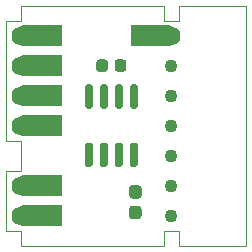
<source format=gbr>
%TF.GenerationSoftware,KiCad,Pcbnew,(5.1.9)-1*%
%TF.CreationDate,2021-05-27T15:02:39+02:00*%
%TF.ProjectId,15_XCAN,31355f58-4341-44e2-9e6b-696361645f70,rev?*%
%TF.SameCoordinates,Original*%
%TF.FileFunction,Soldermask,Top*%
%TF.FilePolarity,Negative*%
%FSLAX46Y46*%
G04 Gerber Fmt 4.6, Leading zero omitted, Abs format (unit mm)*
G04 Created by KiCad (PCBNEW (5.1.9)-1) date 2021-05-27 15:02:39*
%MOMM*%
%LPD*%
G01*
G04 APERTURE LIST*
%TA.AperFunction,Profile*%
%ADD10C,0.050000*%
%TD*%
%ADD11C,1.624000*%
%ADD12C,0.100000*%
%ADD13C,1.100000*%
G04 APERTURE END LIST*
D10*
X114935000Y-60960000D02*
X120650000Y-60960000D01*
X114935000Y-62230000D02*
X114935000Y-60960000D01*
X113665000Y-62230000D02*
X114935000Y-62230000D01*
X113665000Y-60960000D02*
X113665000Y-62230000D01*
X114935000Y-81280000D02*
X120650000Y-81280000D01*
X114935000Y-80010000D02*
X114935000Y-81280000D01*
X113665000Y-80010000D02*
X114935000Y-80010000D01*
X113665000Y-81280000D02*
X113665000Y-80010000D01*
X101600000Y-62230000D02*
X101600000Y-60960000D01*
X100330000Y-62230000D02*
X101600000Y-62230000D01*
X100330000Y-64770000D02*
X100330000Y-62230000D01*
X100330000Y-72390000D02*
X100330000Y-67310000D01*
X101600000Y-72390000D02*
X100330000Y-72390000D01*
X101600000Y-74930000D02*
X101600000Y-72390000D01*
X100330000Y-74930000D02*
X101600000Y-74930000D01*
X120650000Y-60960000D02*
X120650000Y-81280000D01*
X101600000Y-60960000D02*
X113665000Y-60960000D01*
X101600000Y-80010000D02*
X101600000Y-81280000D01*
X100330000Y-80010000D02*
X101600000Y-80010000D01*
X100330000Y-64770000D02*
X100330000Y-67310000D01*
X113665000Y-81280000D02*
X101600000Y-81280000D01*
X100330000Y-80010000D02*
X100330000Y-74930000D01*
D11*
%TO.C,J4*%
X101600000Y-68580000D03*
D12*
G36*
X101939650Y-69479999D02*
G01*
X101927782Y-69479916D01*
X101924993Y-69479818D01*
X101842112Y-69474604D01*
X101837256Y-69474060D01*
X101755280Y-69460782D01*
X101750503Y-69459766D01*
X101670214Y-69438553D01*
X101665558Y-69437076D01*
X101587721Y-69408129D01*
X101583231Y-69406205D01*
X101508591Y-69369801D01*
X101504309Y-69367447D01*
X101433578Y-69323932D01*
X101429548Y-69321173D01*
X101363401Y-69270965D01*
X101359659Y-69267825D01*
X101298726Y-69211401D01*
X101295308Y-69207910D01*
X101240173Y-69145809D01*
X101237112Y-69142003D01*
X101188299Y-69074819D01*
X101185624Y-69070731D01*
X101143601Y-68999104D01*
X101141338Y-68994774D01*
X101106505Y-68919388D01*
X101104675Y-68914859D01*
X101077364Y-68836433D01*
X101075985Y-68831747D01*
X101056458Y-68751031D01*
X101055543Y-68746233D01*
X101043985Y-68663997D01*
X101043542Y-68659131D01*
X101040065Y-68576159D01*
X101040099Y-68571275D01*
X101044734Y-68488360D01*
X101045245Y-68483501D01*
X101057950Y-68401434D01*
X101058932Y-68396650D01*
X101079584Y-68316214D01*
X101081028Y-68311547D01*
X101109431Y-68233511D01*
X101111324Y-68229008D01*
X101147207Y-68154115D01*
X101149531Y-68149818D01*
X101192550Y-68078785D01*
X101195282Y-68074735D01*
X101245028Y-68008239D01*
X101248141Y-68004475D01*
X101304138Y-67943150D01*
X101307604Y-67939708D01*
X101369318Y-67884140D01*
X101373104Y-67881052D01*
X101439946Y-67831772D01*
X101444015Y-67829069D01*
X101515347Y-67786547D01*
X101519660Y-67784254D01*
X101594801Y-67748895D01*
X101599317Y-67747033D01*
X101677550Y-67719175D01*
X101682227Y-67717763D01*
X101762805Y-67697673D01*
X101767597Y-67696724D01*
X101849751Y-67684593D01*
X101854612Y-67684117D01*
X101937557Y-67680060D01*
X101940000Y-67680000D01*
X104990000Y-67680000D01*
X104999755Y-67680961D01*
X105009134Y-67683806D01*
X105017779Y-67688427D01*
X105025355Y-67694645D01*
X105031573Y-67702221D01*
X105036194Y-67710866D01*
X105039039Y-67720245D01*
X105040000Y-67730000D01*
X105040000Y-69430000D01*
X105039039Y-69439755D01*
X105036194Y-69449134D01*
X105031573Y-69457779D01*
X105025355Y-69465355D01*
X105017779Y-69471573D01*
X105009134Y-69476194D01*
X104999755Y-69479039D01*
X104990000Y-69480000D01*
X101940000Y-69480000D01*
X101939650Y-69479999D01*
G37*
%TD*%
D11*
%TO.C,J1*%
X101600000Y-63500000D03*
D12*
G36*
X101939650Y-64399999D02*
G01*
X101927782Y-64399916D01*
X101924993Y-64399818D01*
X101842112Y-64394604D01*
X101837256Y-64394060D01*
X101755280Y-64380782D01*
X101750503Y-64379766D01*
X101670214Y-64358553D01*
X101665558Y-64357076D01*
X101587721Y-64328129D01*
X101583231Y-64326205D01*
X101508591Y-64289801D01*
X101504309Y-64287447D01*
X101433578Y-64243932D01*
X101429548Y-64241173D01*
X101363401Y-64190965D01*
X101359659Y-64187825D01*
X101298726Y-64131401D01*
X101295308Y-64127910D01*
X101240173Y-64065809D01*
X101237112Y-64062003D01*
X101188299Y-63994819D01*
X101185624Y-63990731D01*
X101143601Y-63919104D01*
X101141338Y-63914774D01*
X101106505Y-63839388D01*
X101104675Y-63834859D01*
X101077364Y-63756433D01*
X101075985Y-63751747D01*
X101056458Y-63671031D01*
X101055543Y-63666233D01*
X101043985Y-63583997D01*
X101043542Y-63579131D01*
X101040065Y-63496159D01*
X101040099Y-63491275D01*
X101044734Y-63408360D01*
X101045245Y-63403501D01*
X101057950Y-63321434D01*
X101058932Y-63316650D01*
X101079584Y-63236214D01*
X101081028Y-63231547D01*
X101109431Y-63153511D01*
X101111324Y-63149008D01*
X101147207Y-63074115D01*
X101149531Y-63069818D01*
X101192550Y-62998785D01*
X101195282Y-62994735D01*
X101245028Y-62928239D01*
X101248141Y-62924475D01*
X101304138Y-62863150D01*
X101307604Y-62859708D01*
X101369318Y-62804140D01*
X101373104Y-62801052D01*
X101439946Y-62751772D01*
X101444015Y-62749069D01*
X101515347Y-62706547D01*
X101519660Y-62704254D01*
X101594801Y-62668895D01*
X101599317Y-62667033D01*
X101677550Y-62639175D01*
X101682227Y-62637763D01*
X101762805Y-62617673D01*
X101767597Y-62616724D01*
X101849751Y-62604593D01*
X101854612Y-62604117D01*
X101937557Y-62600060D01*
X101940000Y-62600000D01*
X104990000Y-62600000D01*
X104999755Y-62600961D01*
X105009134Y-62603806D01*
X105017779Y-62608427D01*
X105025355Y-62614645D01*
X105031573Y-62622221D01*
X105036194Y-62630866D01*
X105039039Y-62640245D01*
X105040000Y-62650000D01*
X105040000Y-64350000D01*
X105039039Y-64359755D01*
X105036194Y-64369134D01*
X105031573Y-64377779D01*
X105025355Y-64385355D01*
X105017779Y-64391573D01*
X105009134Y-64396194D01*
X104999755Y-64399039D01*
X104990000Y-64400000D01*
X101940000Y-64400000D01*
X101939650Y-64399999D01*
G37*
%TD*%
D11*
%TO.C,J2*%
X101600000Y-66040000D03*
D12*
G36*
X101939650Y-66939999D02*
G01*
X101927782Y-66939916D01*
X101924993Y-66939818D01*
X101842112Y-66934604D01*
X101837256Y-66934060D01*
X101755280Y-66920782D01*
X101750503Y-66919766D01*
X101670214Y-66898553D01*
X101665558Y-66897076D01*
X101587721Y-66868129D01*
X101583231Y-66866205D01*
X101508591Y-66829801D01*
X101504309Y-66827447D01*
X101433578Y-66783932D01*
X101429548Y-66781173D01*
X101363401Y-66730965D01*
X101359659Y-66727825D01*
X101298726Y-66671401D01*
X101295308Y-66667910D01*
X101240173Y-66605809D01*
X101237112Y-66602003D01*
X101188299Y-66534819D01*
X101185624Y-66530731D01*
X101143601Y-66459104D01*
X101141338Y-66454774D01*
X101106505Y-66379388D01*
X101104675Y-66374859D01*
X101077364Y-66296433D01*
X101075985Y-66291747D01*
X101056458Y-66211031D01*
X101055543Y-66206233D01*
X101043985Y-66123997D01*
X101043542Y-66119131D01*
X101040065Y-66036159D01*
X101040099Y-66031275D01*
X101044734Y-65948360D01*
X101045245Y-65943501D01*
X101057950Y-65861434D01*
X101058932Y-65856650D01*
X101079584Y-65776214D01*
X101081028Y-65771547D01*
X101109431Y-65693511D01*
X101111324Y-65689008D01*
X101147207Y-65614115D01*
X101149531Y-65609818D01*
X101192550Y-65538785D01*
X101195282Y-65534735D01*
X101245028Y-65468239D01*
X101248141Y-65464475D01*
X101304138Y-65403150D01*
X101307604Y-65399708D01*
X101369318Y-65344140D01*
X101373104Y-65341052D01*
X101439946Y-65291772D01*
X101444015Y-65289069D01*
X101515347Y-65246547D01*
X101519660Y-65244254D01*
X101594801Y-65208895D01*
X101599317Y-65207033D01*
X101677550Y-65179175D01*
X101682227Y-65177763D01*
X101762805Y-65157673D01*
X101767597Y-65156724D01*
X101849751Y-65144593D01*
X101854612Y-65144117D01*
X101937557Y-65140060D01*
X101940000Y-65140000D01*
X104990000Y-65140000D01*
X104999755Y-65140961D01*
X105009134Y-65143806D01*
X105017779Y-65148427D01*
X105025355Y-65154645D01*
X105031573Y-65162221D01*
X105036194Y-65170866D01*
X105039039Y-65180245D01*
X105040000Y-65190000D01*
X105040000Y-66890000D01*
X105039039Y-66899755D01*
X105036194Y-66909134D01*
X105031573Y-66917779D01*
X105025355Y-66925355D01*
X105017779Y-66931573D01*
X105009134Y-66936194D01*
X104999755Y-66939039D01*
X104990000Y-66940000D01*
X101940000Y-66940000D01*
X101939650Y-66939999D01*
G37*
%TD*%
D11*
%TO.C,J3*%
X101600000Y-71120000D03*
D12*
G36*
X101939650Y-72019999D02*
G01*
X101927782Y-72019916D01*
X101924993Y-72019818D01*
X101842112Y-72014604D01*
X101837256Y-72014060D01*
X101755280Y-72000782D01*
X101750503Y-71999766D01*
X101670214Y-71978553D01*
X101665558Y-71977076D01*
X101587721Y-71948129D01*
X101583231Y-71946205D01*
X101508591Y-71909801D01*
X101504309Y-71907447D01*
X101433578Y-71863932D01*
X101429548Y-71861173D01*
X101363401Y-71810965D01*
X101359659Y-71807825D01*
X101298726Y-71751401D01*
X101295308Y-71747910D01*
X101240173Y-71685809D01*
X101237112Y-71682003D01*
X101188299Y-71614819D01*
X101185624Y-71610731D01*
X101143601Y-71539104D01*
X101141338Y-71534774D01*
X101106505Y-71459388D01*
X101104675Y-71454859D01*
X101077364Y-71376433D01*
X101075985Y-71371747D01*
X101056458Y-71291031D01*
X101055543Y-71286233D01*
X101043985Y-71203997D01*
X101043542Y-71199131D01*
X101040065Y-71116159D01*
X101040099Y-71111275D01*
X101044734Y-71028360D01*
X101045245Y-71023501D01*
X101057950Y-70941434D01*
X101058932Y-70936650D01*
X101079584Y-70856214D01*
X101081028Y-70851547D01*
X101109431Y-70773511D01*
X101111324Y-70769008D01*
X101147207Y-70694115D01*
X101149531Y-70689818D01*
X101192550Y-70618785D01*
X101195282Y-70614735D01*
X101245028Y-70548239D01*
X101248141Y-70544475D01*
X101304138Y-70483150D01*
X101307604Y-70479708D01*
X101369318Y-70424140D01*
X101373104Y-70421052D01*
X101439946Y-70371772D01*
X101444015Y-70369069D01*
X101515347Y-70326547D01*
X101519660Y-70324254D01*
X101594801Y-70288895D01*
X101599317Y-70287033D01*
X101677550Y-70259175D01*
X101682227Y-70257763D01*
X101762805Y-70237673D01*
X101767597Y-70236724D01*
X101849751Y-70224593D01*
X101854612Y-70224117D01*
X101937557Y-70220060D01*
X101940000Y-70220000D01*
X104990000Y-70220000D01*
X104999755Y-70220961D01*
X105009134Y-70223806D01*
X105017779Y-70228427D01*
X105025355Y-70234645D01*
X105031573Y-70242221D01*
X105036194Y-70250866D01*
X105039039Y-70260245D01*
X105040000Y-70270000D01*
X105040000Y-71970000D01*
X105039039Y-71979755D01*
X105036194Y-71989134D01*
X105031573Y-71997779D01*
X105025355Y-72005355D01*
X105017779Y-72011573D01*
X105009134Y-72016194D01*
X104999755Y-72019039D01*
X104990000Y-72020000D01*
X101940000Y-72020000D01*
X101939650Y-72019999D01*
G37*
%TD*%
%TO.C,R1*%
G36*
G01*
X111514500Y-77297000D02*
X110989500Y-77297000D01*
G75*
G02*
X110727000Y-77034500I0J262500D01*
G01*
X110727000Y-76409500D01*
G75*
G02*
X110989500Y-76147000I262500J0D01*
G01*
X111514500Y-76147000D01*
G75*
G02*
X111777000Y-76409500I0J-262500D01*
G01*
X111777000Y-77034500D01*
G75*
G02*
X111514500Y-77297000I-262500J0D01*
G01*
G37*
G36*
G01*
X111514500Y-79047000D02*
X110989500Y-79047000D01*
G75*
G02*
X110727000Y-78784500I0J262500D01*
G01*
X110727000Y-78159500D01*
G75*
G02*
X110989500Y-77897000I262500J0D01*
G01*
X111514500Y-77897000D01*
G75*
G02*
X111777000Y-78159500I0J-262500D01*
G01*
X111777000Y-78784500D01*
G75*
G02*
X111514500Y-79047000I-262500J0D01*
G01*
G37*
%TD*%
D11*
%TO.C,J5*%
X101600000Y-78740000D03*
D12*
G36*
X101939650Y-79639999D02*
G01*
X101927782Y-79639916D01*
X101924993Y-79639818D01*
X101842112Y-79634604D01*
X101837256Y-79634060D01*
X101755280Y-79620782D01*
X101750503Y-79619766D01*
X101670214Y-79598553D01*
X101665558Y-79597076D01*
X101587721Y-79568129D01*
X101583231Y-79566205D01*
X101508591Y-79529801D01*
X101504309Y-79527447D01*
X101433578Y-79483932D01*
X101429548Y-79481173D01*
X101363401Y-79430965D01*
X101359659Y-79427825D01*
X101298726Y-79371401D01*
X101295308Y-79367910D01*
X101240173Y-79305809D01*
X101237112Y-79302003D01*
X101188299Y-79234819D01*
X101185624Y-79230731D01*
X101143601Y-79159104D01*
X101141338Y-79154774D01*
X101106505Y-79079388D01*
X101104675Y-79074859D01*
X101077364Y-78996433D01*
X101075985Y-78991747D01*
X101056458Y-78911031D01*
X101055543Y-78906233D01*
X101043985Y-78823997D01*
X101043542Y-78819131D01*
X101040065Y-78736159D01*
X101040099Y-78731275D01*
X101044734Y-78648360D01*
X101045245Y-78643501D01*
X101057950Y-78561434D01*
X101058932Y-78556650D01*
X101079584Y-78476214D01*
X101081028Y-78471547D01*
X101109431Y-78393511D01*
X101111324Y-78389008D01*
X101147207Y-78314115D01*
X101149531Y-78309818D01*
X101192550Y-78238785D01*
X101195282Y-78234735D01*
X101245028Y-78168239D01*
X101248141Y-78164475D01*
X101304138Y-78103150D01*
X101307604Y-78099708D01*
X101369318Y-78044140D01*
X101373104Y-78041052D01*
X101439946Y-77991772D01*
X101444015Y-77989069D01*
X101515347Y-77946547D01*
X101519660Y-77944254D01*
X101594801Y-77908895D01*
X101599317Y-77907033D01*
X101677550Y-77879175D01*
X101682227Y-77877763D01*
X101762805Y-77857673D01*
X101767597Y-77856724D01*
X101849751Y-77844593D01*
X101854612Y-77844117D01*
X101937557Y-77840060D01*
X101940000Y-77840000D01*
X104990000Y-77840000D01*
X104999755Y-77840961D01*
X105009134Y-77843806D01*
X105017779Y-77848427D01*
X105025355Y-77854645D01*
X105031573Y-77862221D01*
X105036194Y-77870866D01*
X105039039Y-77880245D01*
X105040000Y-77890000D01*
X105040000Y-79590000D01*
X105039039Y-79599755D01*
X105036194Y-79609134D01*
X105031573Y-79617779D01*
X105025355Y-79625355D01*
X105017779Y-79631573D01*
X105009134Y-79636194D01*
X104999755Y-79639039D01*
X104990000Y-79640000D01*
X101940000Y-79640000D01*
X101939650Y-79639999D01*
G37*
%TD*%
D13*
%TO.C,H1*%
X114300000Y-68580000D03*
%TD*%
%TO.C,H2*%
X114300000Y-66040000D03*
%TD*%
%TO.C,H4*%
X114300000Y-78740000D03*
%TD*%
%TO.C,H5*%
X114300000Y-71120000D03*
%TD*%
%TO.C,H6*%
X114300000Y-76200000D03*
%TD*%
%TO.C,C1*%
G36*
G01*
X109495000Y-66315000D02*
X109495000Y-65765000D01*
G75*
G02*
X109745000Y-65515000I250000J0D01*
G01*
X110245000Y-65515000D01*
G75*
G02*
X110495000Y-65765000I0J-250000D01*
G01*
X110495000Y-66315000D01*
G75*
G02*
X110245000Y-66565000I-250000J0D01*
G01*
X109745000Y-66565000D01*
G75*
G02*
X109495000Y-66315000I0J250000D01*
G01*
G37*
G36*
G01*
X107945000Y-66315000D02*
X107945000Y-65765000D01*
G75*
G02*
X108195000Y-65515000I250000J0D01*
G01*
X108695000Y-65515000D01*
G75*
G02*
X108945000Y-65765000I0J-250000D01*
G01*
X108945000Y-66315000D01*
G75*
G02*
X108695000Y-66565000I-250000J0D01*
G01*
X108195000Y-66565000D01*
G75*
G02*
X107945000Y-66315000I0J250000D01*
G01*
G37*
%TD*%
D11*
%TO.C,J6*%
X101600000Y-76200000D03*
D12*
G36*
X101939650Y-77099999D02*
G01*
X101927782Y-77099916D01*
X101924993Y-77099818D01*
X101842112Y-77094604D01*
X101837256Y-77094060D01*
X101755280Y-77080782D01*
X101750503Y-77079766D01*
X101670214Y-77058553D01*
X101665558Y-77057076D01*
X101587721Y-77028129D01*
X101583231Y-77026205D01*
X101508591Y-76989801D01*
X101504309Y-76987447D01*
X101433578Y-76943932D01*
X101429548Y-76941173D01*
X101363401Y-76890965D01*
X101359659Y-76887825D01*
X101298726Y-76831401D01*
X101295308Y-76827910D01*
X101240173Y-76765809D01*
X101237112Y-76762003D01*
X101188299Y-76694819D01*
X101185624Y-76690731D01*
X101143601Y-76619104D01*
X101141338Y-76614774D01*
X101106505Y-76539388D01*
X101104675Y-76534859D01*
X101077364Y-76456433D01*
X101075985Y-76451747D01*
X101056458Y-76371031D01*
X101055543Y-76366233D01*
X101043985Y-76283997D01*
X101043542Y-76279131D01*
X101040065Y-76196159D01*
X101040099Y-76191275D01*
X101044734Y-76108360D01*
X101045245Y-76103501D01*
X101057950Y-76021434D01*
X101058932Y-76016650D01*
X101079584Y-75936214D01*
X101081028Y-75931547D01*
X101109431Y-75853511D01*
X101111324Y-75849008D01*
X101147207Y-75774115D01*
X101149531Y-75769818D01*
X101192550Y-75698785D01*
X101195282Y-75694735D01*
X101245028Y-75628239D01*
X101248141Y-75624475D01*
X101304138Y-75563150D01*
X101307604Y-75559708D01*
X101369318Y-75504140D01*
X101373104Y-75501052D01*
X101439946Y-75451772D01*
X101444015Y-75449069D01*
X101515347Y-75406547D01*
X101519660Y-75404254D01*
X101594801Y-75368895D01*
X101599317Y-75367033D01*
X101677550Y-75339175D01*
X101682227Y-75337763D01*
X101762805Y-75317673D01*
X101767597Y-75316724D01*
X101849751Y-75304593D01*
X101854612Y-75304117D01*
X101937557Y-75300060D01*
X101940000Y-75300000D01*
X104990000Y-75300000D01*
X104999755Y-75300961D01*
X105009134Y-75303806D01*
X105017779Y-75308427D01*
X105025355Y-75314645D01*
X105031573Y-75322221D01*
X105036194Y-75330866D01*
X105039039Y-75340245D01*
X105040000Y-75350000D01*
X105040000Y-77050000D01*
X105039039Y-77059755D01*
X105036194Y-77069134D01*
X105031573Y-77077779D01*
X105025355Y-77085355D01*
X105017779Y-77091573D01*
X105009134Y-77096194D01*
X104999755Y-77099039D01*
X104990000Y-77100000D01*
X101940000Y-77100000D01*
X101939650Y-77099999D01*
G37*
%TD*%
%TO.C,U1*%
G36*
G01*
X110950000Y-72570000D02*
X111300000Y-72570000D01*
G75*
G02*
X111475000Y-72745000I0J-175000D01*
G01*
X111475000Y-74445000D01*
G75*
G02*
X111300000Y-74620000I-175000J0D01*
G01*
X110950000Y-74620000D01*
G75*
G02*
X110775000Y-74445000I0J175000D01*
G01*
X110775000Y-72745000D01*
G75*
G02*
X110950000Y-72570000I175000J0D01*
G01*
G37*
G36*
G01*
X109680000Y-72570000D02*
X110030000Y-72570000D01*
G75*
G02*
X110205000Y-72745000I0J-175000D01*
G01*
X110205000Y-74445000D01*
G75*
G02*
X110030000Y-74620000I-175000J0D01*
G01*
X109680000Y-74620000D01*
G75*
G02*
X109505000Y-74445000I0J175000D01*
G01*
X109505000Y-72745000D01*
G75*
G02*
X109680000Y-72570000I175000J0D01*
G01*
G37*
G36*
G01*
X108410000Y-72570000D02*
X108760000Y-72570000D01*
G75*
G02*
X108935000Y-72745000I0J-175000D01*
G01*
X108935000Y-74445000D01*
G75*
G02*
X108760000Y-74620000I-175000J0D01*
G01*
X108410000Y-74620000D01*
G75*
G02*
X108235000Y-74445000I0J175000D01*
G01*
X108235000Y-72745000D01*
G75*
G02*
X108410000Y-72570000I175000J0D01*
G01*
G37*
G36*
G01*
X107140000Y-72570000D02*
X107490000Y-72570000D01*
G75*
G02*
X107665000Y-72745000I0J-175000D01*
G01*
X107665000Y-74445000D01*
G75*
G02*
X107490000Y-74620000I-175000J0D01*
G01*
X107140000Y-74620000D01*
G75*
G02*
X106965000Y-74445000I0J175000D01*
G01*
X106965000Y-72745000D01*
G75*
G02*
X107140000Y-72570000I175000J0D01*
G01*
G37*
G36*
G01*
X107140000Y-67620000D02*
X107490000Y-67620000D01*
G75*
G02*
X107665000Y-67795000I0J-175000D01*
G01*
X107665000Y-69495000D01*
G75*
G02*
X107490000Y-69670000I-175000J0D01*
G01*
X107140000Y-69670000D01*
G75*
G02*
X106965000Y-69495000I0J175000D01*
G01*
X106965000Y-67795000D01*
G75*
G02*
X107140000Y-67620000I175000J0D01*
G01*
G37*
G36*
G01*
X108410000Y-67620000D02*
X108760000Y-67620000D01*
G75*
G02*
X108935000Y-67795000I0J-175000D01*
G01*
X108935000Y-69495000D01*
G75*
G02*
X108760000Y-69670000I-175000J0D01*
G01*
X108410000Y-69670000D01*
G75*
G02*
X108235000Y-69495000I0J175000D01*
G01*
X108235000Y-67795000D01*
G75*
G02*
X108410000Y-67620000I175000J0D01*
G01*
G37*
G36*
G01*
X109680000Y-67620000D02*
X110030000Y-67620000D01*
G75*
G02*
X110205000Y-67795000I0J-175000D01*
G01*
X110205000Y-69495000D01*
G75*
G02*
X110030000Y-69670000I-175000J0D01*
G01*
X109680000Y-69670000D01*
G75*
G02*
X109505000Y-69495000I0J175000D01*
G01*
X109505000Y-67795000D01*
G75*
G02*
X109680000Y-67620000I175000J0D01*
G01*
G37*
G36*
G01*
X110950000Y-67620000D02*
X111300000Y-67620000D01*
G75*
G02*
X111475000Y-67795000I0J-175000D01*
G01*
X111475000Y-69495000D01*
G75*
G02*
X111300000Y-69670000I-175000J0D01*
G01*
X110950000Y-69670000D01*
G75*
G02*
X110775000Y-69495000I0J175000D01*
G01*
X110775000Y-67795000D01*
G75*
G02*
X110950000Y-67620000I175000J0D01*
G01*
G37*
%TD*%
D13*
%TO.C,H3*%
X114300000Y-73660000D03*
%TD*%
D11*
%TO.C,J7*%
X114300000Y-63500000D03*
D12*
G36*
X113960350Y-62600001D02*
G01*
X113972218Y-62600084D01*
X113975007Y-62600182D01*
X114057888Y-62605396D01*
X114062744Y-62605940D01*
X114144720Y-62619218D01*
X114149497Y-62620234D01*
X114229786Y-62641447D01*
X114234442Y-62642924D01*
X114312279Y-62671871D01*
X114316769Y-62673795D01*
X114391409Y-62710199D01*
X114395691Y-62712553D01*
X114466422Y-62756068D01*
X114470452Y-62758827D01*
X114536599Y-62809035D01*
X114540341Y-62812175D01*
X114601274Y-62868599D01*
X114604692Y-62872090D01*
X114659827Y-62934191D01*
X114662888Y-62937997D01*
X114711701Y-63005181D01*
X114714376Y-63009269D01*
X114756399Y-63080896D01*
X114758662Y-63085226D01*
X114793495Y-63160612D01*
X114795325Y-63165141D01*
X114822636Y-63243567D01*
X114824015Y-63248253D01*
X114843542Y-63328969D01*
X114844457Y-63333767D01*
X114856015Y-63416003D01*
X114856458Y-63420869D01*
X114859935Y-63503841D01*
X114859901Y-63508725D01*
X114855266Y-63591640D01*
X114854755Y-63596499D01*
X114842050Y-63678566D01*
X114841068Y-63683350D01*
X114820416Y-63763786D01*
X114818972Y-63768453D01*
X114790569Y-63846489D01*
X114788676Y-63850992D01*
X114752793Y-63925885D01*
X114750469Y-63930182D01*
X114707450Y-64001215D01*
X114704718Y-64005265D01*
X114654972Y-64071761D01*
X114651859Y-64075525D01*
X114595862Y-64136850D01*
X114592396Y-64140292D01*
X114530682Y-64195860D01*
X114526896Y-64198948D01*
X114460054Y-64248228D01*
X114455985Y-64250931D01*
X114384653Y-64293453D01*
X114380340Y-64295746D01*
X114305199Y-64331105D01*
X114300683Y-64332967D01*
X114222450Y-64360825D01*
X114217773Y-64362237D01*
X114137195Y-64382327D01*
X114132403Y-64383276D01*
X114050249Y-64395407D01*
X114045388Y-64395883D01*
X113962443Y-64399940D01*
X113960000Y-64400000D01*
X110910000Y-64400000D01*
X110900245Y-64399039D01*
X110890866Y-64396194D01*
X110882221Y-64391573D01*
X110874645Y-64385355D01*
X110868427Y-64377779D01*
X110863806Y-64369134D01*
X110860961Y-64359755D01*
X110860000Y-64350000D01*
X110860000Y-62650000D01*
X110860961Y-62640245D01*
X110863806Y-62630866D01*
X110868427Y-62622221D01*
X110874645Y-62614645D01*
X110882221Y-62608427D01*
X110890866Y-62603806D01*
X110900245Y-62600961D01*
X110910000Y-62600000D01*
X113960000Y-62600000D01*
X113960350Y-62600001D01*
G37*
%TD*%
M02*

</source>
